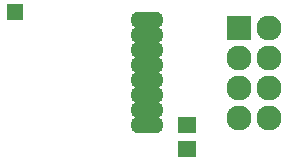
<source format=gts>
G04 #@! TF.FileFunction,Soldermask,Top*
%FSLAX46Y46*%
G04 Gerber Fmt 4.6, Leading zero omitted, Abs format (unit mm)*
G04 Created by KiCad (PCBNEW 4.0.2+dfsg1-stable) date Sun 14 May 2017 07:44:14 PM MDT*
%MOMM*%
G01*
G04 APERTURE LIST*
%ADD10C,0.100000*%
%ADD11O,2.800000X1.400000*%
%ADD12R,1.400000X1.400000*%
%ADD13R,1.650000X1.400000*%
%ADD14C,2.127200*%
%ADD15R,2.127200X2.127200*%
%ADD16O,2.127200X2.127200*%
G04 APERTURE END LIST*
D10*
D11*
X140800000Y-85725000D03*
X140800000Y-86995000D03*
X140800000Y-84455000D03*
X140800000Y-88265000D03*
X140800000Y-89535000D03*
X140800000Y-83185000D03*
X140800000Y-90805000D03*
X140800000Y-81915000D03*
D12*
X129600000Y-81260000D03*
D13*
X144145000Y-90821000D03*
X144145000Y-92821000D03*
D14*
X151130000Y-82550000D03*
D15*
X148590000Y-82550000D03*
D16*
X151130000Y-85090000D03*
X148590000Y-85090000D03*
X151130000Y-87630000D03*
X148590000Y-87630000D03*
X151130000Y-90170000D03*
X148590000Y-90170000D03*
M02*

</source>
